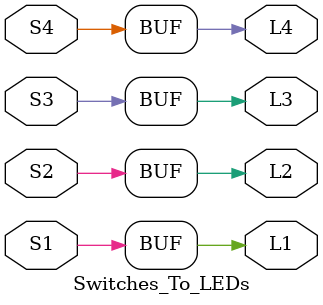
<source format=v>
module Switches_To_LEDs //encapsulated inside one or more modules
(input S1,              //define the interface to a block of code
input S2,               //inside the module declaring all the inputs and outputs
input S3,
input S4,
output L1,
output L2,
output L3,
output L4);

assign L1 = S1;         //defining the logic of the design 
assign L2 = S2;
assign L3 = S3;
assign L4 = S4;

endmodule

/*
module Switches_To_LEDs (
    input wire [3:0] switches,
    output reg [3:0] leds
);

always @* begin
    leds = switches;
end

endmodule
*/
</source>
